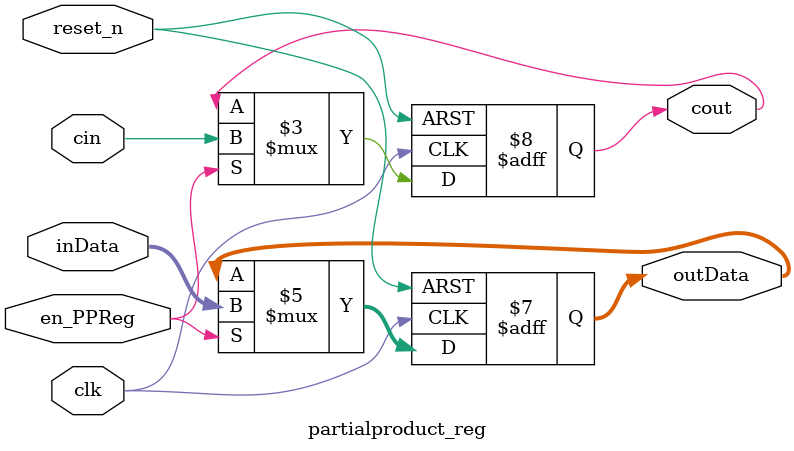
<source format=v>
`timescale 1ns/100ps

module partialproduct_reg #(parameter DATA_WIDTH=8)(
//-------------------------------------------------------------------------- global signals
  input   wire  clk,
  input   wire  reset_n,
//-------------------------------------------------------------------------- data and control signals
  input   wire  en_PPReg,
  input   wire  [(DATA_WIDTH*2)-1:0] inData,
  input   wire  cin,
  output  reg   [(DATA_WIDTH*2)-1:0] outData,
  output  reg   cout
//-------------------------------------------------------------------------- end of I/O
);

always @(posedge clk,negedge reset_n) begin
	if(reset_n) begin
		if(en_PPReg==1'b1) begin
      outData<=inData;
      cout<=cin;
    end
	end
	else begin //if(en_PPReg==1'bx || reset_n==1'bx)
    outData<='bz;
    cout<='bz;
  end 
end

endmodule 
</source>
